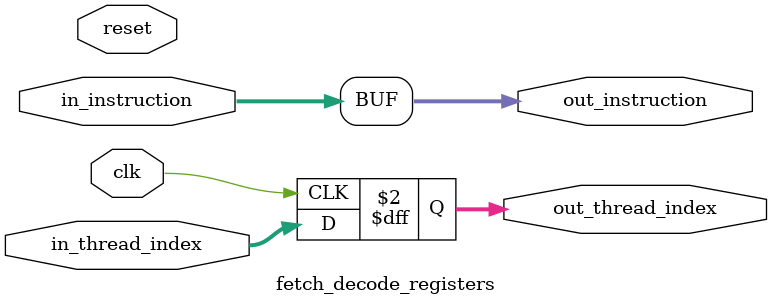
<source format=v>
`timescale 1ns/1ps

module fetch_decode_registers
#(
    parameter INSTR_WIDTH = 32,
    parameter THREAD_INDEX_BITS = 3
)
(
    // Pipeline Inputs
    input wire [INSTR_WIDTH-1:0]        in_instruction,
    input wire [THREAD_INDEX_BITS-1:0]  in_thread_index,

    // Pipeline Outputs
    output wire [INSTR_WIDTH-1:0]        out_instruction,
    output reg  [THREAD_INDEX_BITS-1:0]  out_thread_index,

    // Misc
    input wire clk,
    input wire reset
);

    assign out_instruction = in_instruction;

    always@(posedge clk) begin
        out_thread_index <= in_thread_index;
    end

endmodule
</source>
